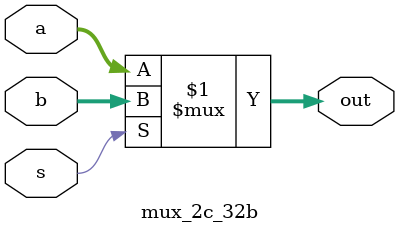
<source format=v>
`timescale 1ns / 1ps


module mux_2c_32b(out, s, a, b);

    output [31:0]out;
    input [31:0]a, b;
    input s;
    
    assign out = s ? b : a;

endmodule

</source>
